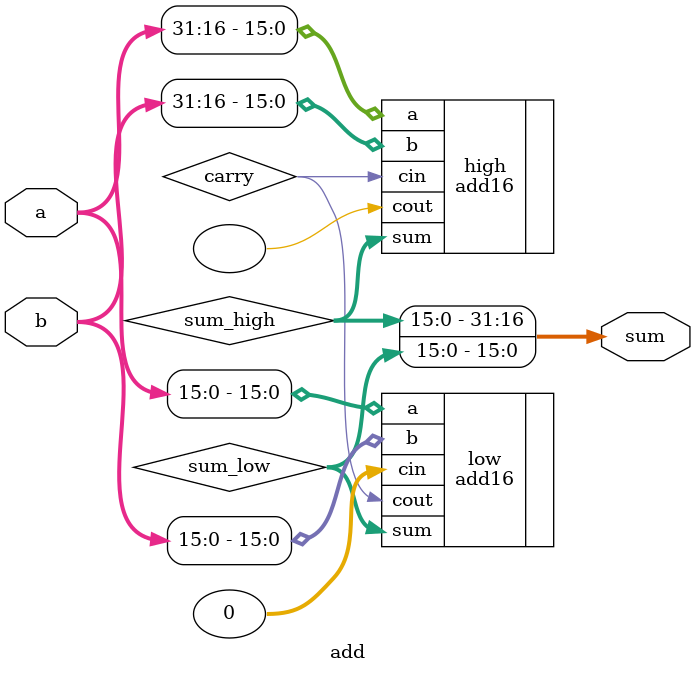
<source format=sv>
module add (
    input [31:0] a,
    input [31:0] b,
    output [31:0] sum    
);
    logic carry;
    logic [15:0] sum_low, sum_high;

    add16 low (.a(a[15:0]), .b(b[15:0]), .cin(0), .sum(sum_low), .cout(carry));
    add16 high (.a(a[31:16]), .b(b[31:16]), .cin(carry), .sum(sum_high), .cout());

    assign sum = {sum_high, sum_low};

endmodule

</source>
